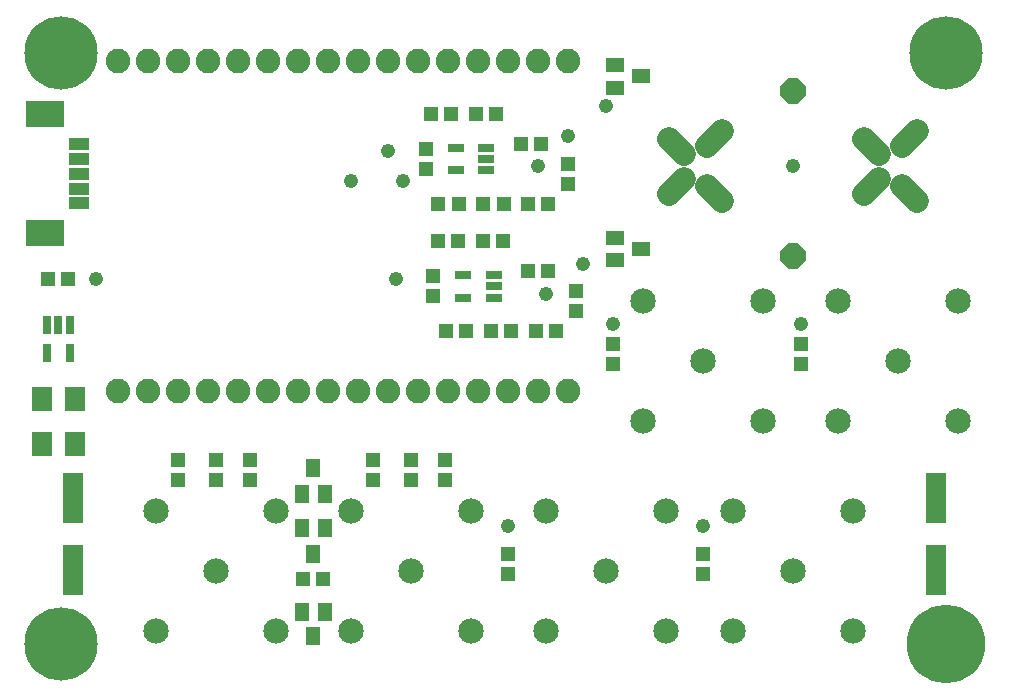
<source format=gts>
G75*
%MOIN*%
%OFA0B0*%
%FSLAX24Y24*%
%IPPOS*%
%LPD*%
%AMOC8*
5,1,8,0,0,1.08239X$1,22.5*
%
%ADD10C,0.0789*%
%ADD11C,0.0845*%
%ADD12R,0.0505X0.0493*%
%ADD13R,0.0474X0.0631*%
%ADD14R,0.0513X0.0474*%
%ADD15C,0.0820*%
%ADD16R,0.0710X0.0789*%
%ADD17R,0.0552X0.0316*%
%ADD18R,0.0474X0.0513*%
%ADD19R,0.0493X0.0505*%
%ADD20R,0.0631X0.0474*%
%ADD21R,0.0300X0.0600*%
%ADD22R,0.0710X0.1655*%
%ADD23OC8,0.0840*%
%ADD24R,0.0470X0.0600*%
%ADD25R,0.0710X0.0395*%
%ADD26R,0.1261X0.0907*%
%ADD27C,0.0476*%
%ADD28C,0.2442*%
%ADD29C,0.2620*%
D10*
X023314Y020664D02*
X023815Y020163D01*
X022546Y020910D02*
X022045Y020409D01*
X022546Y021757D02*
X022045Y022258D01*
X023314Y022003D02*
X023815Y022504D01*
X028545Y022258D02*
X029046Y021757D01*
X029814Y022003D02*
X030315Y022504D01*
X029046Y020910D02*
X028545Y020409D01*
X029814Y020664D02*
X030315Y020163D01*
D11*
X031680Y016833D03*
X029680Y014833D03*
X027680Y016833D03*
X025180Y016833D03*
X023180Y014833D03*
X021180Y016833D03*
X021180Y012833D03*
X021930Y009833D03*
X024180Y009833D03*
X026180Y007833D03*
X028180Y009833D03*
X027680Y012833D03*
X025180Y012833D03*
X019930Y007833D03*
X017930Y009833D03*
X015430Y009833D03*
X013430Y007833D03*
X011430Y009833D03*
X008930Y009833D03*
X006930Y007833D03*
X004930Y009833D03*
X004930Y005833D03*
X008930Y005833D03*
X011430Y005833D03*
X015430Y005833D03*
X017930Y005833D03*
X021930Y005833D03*
X024180Y005833D03*
X028180Y005833D03*
X031680Y012833D03*
D12*
X012180Y011553D03*
X012180Y010864D03*
X005680Y010864D03*
X005680Y011553D03*
D13*
X009806Y010400D03*
X010554Y010400D03*
X010180Y011266D03*
X009806Y009266D03*
X010554Y009266D03*
X010180Y008400D03*
D14*
X009845Y007583D03*
X010515Y007583D03*
X008055Y010874D03*
X008055Y011543D03*
X006930Y011543D03*
X006930Y010874D03*
X013430Y010874D03*
X013430Y011543D03*
X014555Y011543D03*
X014555Y010874D03*
X016680Y008418D03*
X016680Y007749D03*
X023180Y007749D03*
X023180Y008418D03*
X020180Y014749D03*
X020180Y015418D03*
X018930Y016499D03*
X018930Y017168D03*
X015265Y015833D03*
X014595Y015833D03*
X014180Y016999D03*
X014180Y017668D03*
X013930Y021249D03*
X013930Y021918D03*
X018680Y021418D03*
X018680Y020749D03*
X026430Y015418D03*
X026430Y014749D03*
X002015Y017583D03*
X001345Y017583D03*
D15*
X003680Y013833D03*
X004680Y013833D03*
X005680Y013833D03*
X006680Y013833D03*
X007680Y013833D03*
X008680Y013833D03*
X009680Y013833D03*
X010680Y013833D03*
X011680Y013833D03*
X012680Y013833D03*
X013680Y013833D03*
X014680Y013833D03*
X015680Y013833D03*
X016680Y013833D03*
X017680Y013833D03*
X018680Y013833D03*
X018680Y024833D03*
X017680Y024833D03*
X016680Y024833D03*
X015680Y024833D03*
X014680Y024833D03*
X013680Y024833D03*
X012680Y024833D03*
X011680Y024833D03*
X010680Y024833D03*
X009680Y024833D03*
X008680Y024833D03*
X007680Y024833D03*
X006680Y024833D03*
X005680Y024833D03*
X004680Y024833D03*
X003680Y024833D03*
D16*
X002231Y013583D03*
X001129Y013583D03*
X001129Y012083D03*
X002231Y012083D03*
D17*
X015166Y016959D03*
X015166Y017707D03*
X016194Y017707D03*
X016194Y017333D03*
X016194Y016959D03*
X015944Y021209D03*
X015944Y021583D03*
X015944Y021957D03*
X014916Y021957D03*
X014916Y021209D03*
D18*
X017095Y022083D03*
X017765Y022083D03*
X016265Y023083D03*
X015595Y023083D03*
X014765Y023083D03*
X014095Y023083D03*
X017345Y020083D03*
X018015Y020083D03*
X016515Y018833D03*
X015845Y018833D03*
X015015Y018833D03*
X014345Y018833D03*
X017345Y017833D03*
X018015Y017833D03*
X018265Y015833D03*
X017595Y015833D03*
D19*
X016774Y015833D03*
X016086Y015833D03*
X015836Y020083D03*
X016524Y020083D03*
X015024Y020083D03*
X014336Y020083D03*
D20*
X020247Y018957D03*
X020247Y018209D03*
X021113Y018583D03*
X020247Y023959D03*
X020247Y024707D03*
X021113Y024333D03*
D21*
X002054Y016053D03*
X001680Y016053D03*
X001306Y016053D03*
X001306Y015113D03*
X002054Y015113D03*
D22*
X002180Y010284D03*
X002180Y007883D03*
X030930Y007883D03*
X030930Y010284D03*
D23*
X026180Y018333D03*
X026180Y023833D03*
D24*
X010550Y006483D03*
X009810Y006483D03*
X010180Y005683D03*
D25*
X002363Y020099D03*
X002363Y020591D03*
X002363Y021083D03*
X002363Y021575D03*
X002363Y022068D03*
D26*
X001221Y023072D03*
X001221Y019095D03*
D27*
X002930Y017583D03*
X011430Y020833D03*
X012680Y021833D03*
X013180Y020833D03*
X012930Y017583D03*
X017680Y021333D03*
X018680Y022333D03*
X019930Y023333D03*
X026180Y021333D03*
X026430Y016083D03*
X020180Y016083D03*
X019180Y018083D03*
X017930Y017083D03*
X016680Y009333D03*
X023180Y009333D03*
D28*
X001755Y005408D03*
X001755Y025093D03*
X031282Y025093D03*
D29*
X031282Y005408D03*
M02*

</source>
